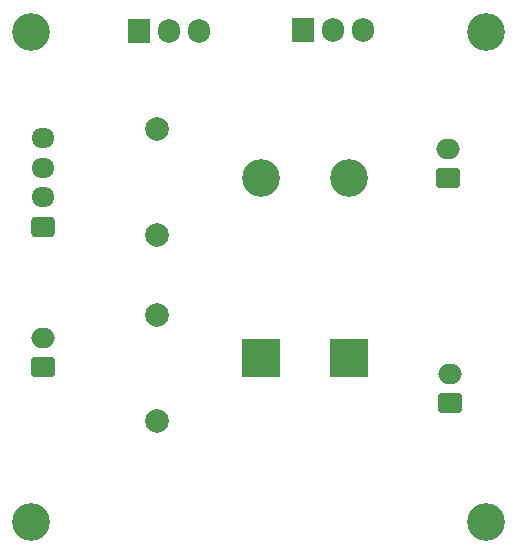
<source format=gbr>
%TF.GenerationSoftware,KiCad,Pcbnew,(6.0.2)*%
%TF.CreationDate,2022-08-02T15:28:20+01:00*%
%TF.ProjectId,solenoid_driver,736f6c65-6e6f-4696-945f-647269766572,rev?*%
%TF.SameCoordinates,Original*%
%TF.FileFunction,Soldermask,Top*%
%TF.FilePolarity,Negative*%
%FSLAX46Y46*%
G04 Gerber Fmt 4.6, Leading zero omitted, Abs format (unit mm)*
G04 Created by KiCad (PCBNEW (6.0.2)) date 2022-08-02 15:28:20*
%MOMM*%
%LPD*%
G01*
G04 APERTURE LIST*
G04 Aperture macros list*
%AMRoundRect*
0 Rectangle with rounded corners*
0 $1 Rounding radius*
0 $2 $3 $4 $5 $6 $7 $8 $9 X,Y pos of 4 corners*
0 Add a 4 corners polygon primitive as box body*
4,1,4,$2,$3,$4,$5,$6,$7,$8,$9,$2,$3,0*
0 Add four circle primitives for the rounded corners*
1,1,$1+$1,$2,$3*
1,1,$1+$1,$4,$5*
1,1,$1+$1,$6,$7*
1,1,$1+$1,$8,$9*
0 Add four rect primitives between the rounded corners*
20,1,$1+$1,$2,$3,$4,$5,0*
20,1,$1+$1,$4,$5,$6,$7,0*
20,1,$1+$1,$6,$7,$8,$9,0*
20,1,$1+$1,$8,$9,$2,$3,0*%
G04 Aperture macros list end*
%ADD10C,3.200000*%
%ADD11RoundRect,0.250000X0.725000X-0.600000X0.725000X0.600000X-0.725000X0.600000X-0.725000X-0.600000X0*%
%ADD12O,1.950000X1.700000*%
%ADD13C,2.000000*%
%ADD14R,3.200000X3.200000*%
%ADD15O,3.200000X3.200000*%
%ADD16RoundRect,0.250000X0.750000X-0.600000X0.750000X0.600000X-0.750000X0.600000X-0.750000X-0.600000X0*%
%ADD17O,2.000000X1.700000*%
%ADD18R,1.905000X2.000000*%
%ADD19O,1.905000X2.000000*%
G04 APERTURE END LIST*
D10*
%TO.C,REF\u002A\u002A*%
X115500000Y-84000000D03*
%TD*%
%TO.C,REF\u002A\u002A*%
X115500000Y-125500000D03*
%TD*%
%TO.C,REF\u002A\u002A*%
X154000000Y-84000000D03*
%TD*%
%TO.C,REF\u002A\u002A*%
X154000000Y-125500000D03*
%TD*%
D11*
%TO.C,J1*%
X116500000Y-100500000D03*
D12*
X116500000Y-98000000D03*
X116500000Y-95500000D03*
X116500000Y-93000000D03*
%TD*%
D13*
%TO.C,R1*%
X126174500Y-101219000D03*
X126174500Y-92219000D03*
%TD*%
D14*
%TO.C,D1*%
X142430500Y-111633000D03*
D15*
X142430500Y-96393000D03*
%TD*%
D14*
%TO.C,D2*%
X134937500Y-111633000D03*
D15*
X134937500Y-96393000D03*
%TD*%
D16*
%TO.C,J4*%
X150749000Y-96393000D03*
D17*
X150749000Y-93893000D03*
%TD*%
D18*
%TO.C,Q1*%
X138493500Y-83883500D03*
D19*
X141033500Y-83883500D03*
X143573500Y-83883500D03*
%TD*%
D18*
%TO.C,Q2*%
X124587000Y-83947000D03*
D19*
X127127000Y-83947000D03*
X129667000Y-83947000D03*
%TD*%
D13*
%TO.C,R2*%
X126111000Y-116967000D03*
X126111000Y-107967000D03*
%TD*%
D16*
%TO.C,J2*%
X116522500Y-112395000D03*
D17*
X116522500Y-109895000D03*
%TD*%
D16*
%TO.C,J3*%
X150939500Y-115443000D03*
D17*
X150939500Y-112943000D03*
%TD*%
M02*

</source>
